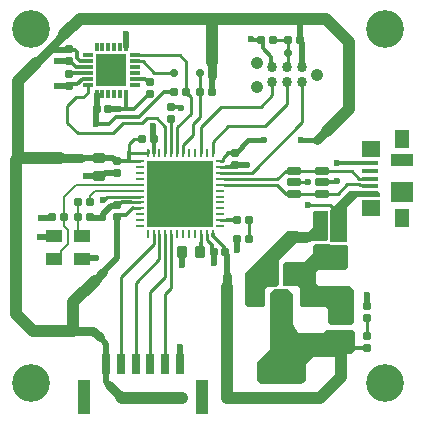
<source format=gbr>
%TF.GenerationSoftware,Altium Limited,Altium Designer,24.6.1 (21)*%
G04 Layer_Physical_Order=1*
G04 Layer_Color=255*
%FSLAX45Y45*%
%MOMM*%
%TF.SameCoordinates,998BC942-C911-4A9E-BC0A-61954E215518*%
%TF.FilePolarity,Positive*%
%TF.FileFunction,Copper,L1,Top,Signal*%
%TF.Part,Single*%
G01*
G75*
%TA.AperFunction,SMDPad,CuDef*%
G04:AMPARAMS|DCode=10|XSize=0.6mm|YSize=0.7mm|CornerRadius=0.075mm|HoleSize=0mm|Usage=FLASHONLY|Rotation=90.000|XOffset=0mm|YOffset=0mm|HoleType=Round|Shape=RoundedRectangle|*
%AMROUNDEDRECTD10*
21,1,0.60000,0.55000,0,0,90.0*
21,1,0.45000,0.70000,0,0,90.0*
1,1,0.15000,0.27500,0.22500*
1,1,0.15000,0.27500,-0.22500*
1,1,0.15000,-0.27500,-0.22500*
1,1,0.15000,-0.27500,0.22500*
%
%ADD10ROUNDEDRECTD10*%
%ADD11O,0.80000X0.25000*%
%ADD12O,0.25000X0.80000*%
%ADD13R,5.60000X5.60000*%
%ADD14R,3.50000X1.25000*%
%ADD15R,1.25000X1.25000*%
G04:AMPARAMS|DCode=16|XSize=1.4mm|YSize=1.7mm|CornerRadius=0.175mm|HoleSize=0mm|Usage=FLASHONLY|Rotation=270.000|XOffset=0mm|YOffset=0mm|HoleType=Round|Shape=RoundedRectangle|*
%AMROUNDEDRECTD16*
21,1,1.40000,1.35000,0,0,270.0*
21,1,1.05000,1.70000,0,0,270.0*
1,1,0.35000,-0.67500,-0.52500*
1,1,0.35000,-0.67500,0.52500*
1,1,0.35000,0.67500,0.52500*
1,1,0.35000,0.67500,-0.52500*
%
%ADD16ROUNDEDRECTD16*%
%ADD17R,0.35000X0.80000*%
%ADD18R,0.85000X0.35000*%
%ADD19R,2.60000X2.70000*%
G04:AMPARAMS|DCode=20|XSize=0.8mm|YSize=1mm|CornerRadius=0.1mm|HoleSize=0mm|Usage=FLASHONLY|Rotation=0.000|XOffset=0mm|YOffset=0mm|HoleType=Round|Shape=RoundedRectangle|*
%AMROUNDEDRECTD20*
21,1,0.80000,0.80000,0,0,0.0*
21,1,0.60000,1.00000,0,0,0.0*
1,1,0.20000,0.30000,-0.40000*
1,1,0.20000,-0.30000,-0.40000*
1,1,0.20000,-0.30000,0.40000*
1,1,0.20000,0.30000,0.40000*
%
%ADD20ROUNDEDRECTD20*%
G04:AMPARAMS|DCode=21|XSize=1.3mm|YSize=1.1mm|CornerRadius=0.055mm|HoleSize=0mm|Usage=FLASHONLY|Rotation=0.000|XOffset=0mm|YOffset=0mm|HoleType=Round|Shape=RoundedRectangle|*
%AMROUNDEDRECTD21*
21,1,1.30000,0.99000,0,0,0.0*
21,1,1.19000,1.10000,0,0,0.0*
1,1,0.11000,0.59500,-0.49500*
1,1,0.11000,-0.59500,-0.49500*
1,1,0.11000,-0.59500,0.49500*
1,1,0.11000,0.59500,0.49500*
%
%ADD21ROUNDEDRECTD21*%
G04:AMPARAMS|DCode=22|XSize=0.6mm|YSize=0.7mm|CornerRadius=0.075mm|HoleSize=0mm|Usage=FLASHONLY|Rotation=180.000|XOffset=0mm|YOffset=0mm|HoleType=Round|Shape=RoundedRectangle|*
%AMROUNDEDRECTD22*
21,1,0.60000,0.55000,0,0,180.0*
21,1,0.45000,0.70000,0,0,180.0*
1,1,0.15000,-0.22500,0.27500*
1,1,0.15000,0.22500,0.27500*
1,1,0.15000,0.22500,-0.27500*
1,1,0.15000,-0.22500,-0.27500*
%
%ADD22ROUNDEDRECTD22*%
G04:AMPARAMS|DCode=23|XSize=0.8mm|YSize=1mm|CornerRadius=0.1mm|HoleSize=0mm|Usage=FLASHONLY|Rotation=90.000|XOffset=0mm|YOffset=0mm|HoleType=Round|Shape=RoundedRectangle|*
%AMROUNDEDRECTD23*
21,1,0.80000,0.80000,0,0,90.0*
21,1,0.60000,1.00000,0,0,90.0*
1,1,0.20000,0.40000,0.30000*
1,1,0.20000,0.40000,-0.30000*
1,1,0.20000,-0.40000,-0.30000*
1,1,0.20000,-0.40000,0.30000*
%
%ADD23ROUNDEDRECTD23*%
%TA.AperFunction,ConnectorPad*%
%ADD24R,1.30000X1.65000*%
%ADD25R,1.90000X1.80000*%
%ADD26R,1.90000X1.00000*%
%ADD27R,1.55000X1.42500*%
%ADD28R,1.38000X0.45000*%
%TA.AperFunction,SMDPad,CuDef*%
G04:AMPARAMS|DCode=29|XSize=0.6mm|YSize=1.2mm|CornerRadius=0.075mm|HoleSize=0mm|Usage=FLASHONLY|Rotation=90.000|XOffset=0mm|YOffset=0mm|HoleType=Round|Shape=RoundedRectangle|*
%AMROUNDEDRECTD29*
21,1,0.60000,1.05000,0,0,90.0*
21,1,0.45000,1.20000,0,0,90.0*
1,1,0.15000,0.52500,0.22500*
1,1,0.15000,0.52500,-0.22500*
1,1,0.15000,-0.52500,-0.22500*
1,1,0.15000,-0.52500,0.22500*
%
%ADD29ROUNDEDRECTD29*%
%ADD30R,1.00000X2.90000*%
%ADD31R,0.65000X1.70000*%
%TA.AperFunction,BGAPad,CuDef*%
%ADD32C,0.86300*%
%TA.AperFunction,SMDPad,CuDef*%
G04:AMPARAMS|DCode=33|XSize=1.4mm|YSize=1.7mm|CornerRadius=0.175mm|HoleSize=0mm|Usage=FLASHONLY|Rotation=180.000|XOffset=0mm|YOffset=0mm|HoleType=Round|Shape=RoundedRectangle|*
%AMROUNDEDRECTD33*
21,1,1.40000,1.35000,0,0,180.0*
21,1,1.05000,1.70000,0,0,180.0*
1,1,0.35000,-0.52500,0.67500*
1,1,0.35000,0.52500,0.67500*
1,1,0.35000,0.52500,-0.67500*
1,1,0.35000,-0.52500,-0.67500*
%
%ADD33ROUNDEDRECTD33*%
%TA.AperFunction,Conductor*%
%ADD34C,0.25000*%
%ADD35C,0.30000*%
%ADD36C,0.50000*%
%ADD37C,0.75000*%
%ADD38C,1.00000*%
%ADD39C,0.26017*%
%ADD40C,0.40000*%
%ADD41C,0.20000*%
%TA.AperFunction,ViaPad*%
%ADD42C,3.20000*%
%TA.AperFunction,ComponentPad*%
%ADD43C,1.06700*%
%TA.AperFunction,ViaPad*%
%ADD44C,0.60000*%
%ADD45C,0.50000*%
%ADD46C,0.70000*%
G36*
X10913835Y6957607D02*
X10917108Y6951023D01*
Y6724608D01*
X10897888Y6705388D01*
X10780000D01*
X10737500Y6685000D01*
X10645000D01*
X10502500Y6542500D01*
Y6340000D01*
X10477999Y6315499D01*
X10477999Y6315499D01*
X10477998Y6315499D01*
X10476028Y6315107D01*
D01*
X10475492Y6315000D01*
X10473484D01*
X10459611D01*
X10459608Y6315001D01*
X10459606Y6315000D01*
X10398620D01*
X10382135Y6295876D01*
X10382500Y6165000D01*
X10362500Y6145000D01*
X10237500D01*
X10212500Y6170000D01*
Y6427500D01*
X10570000Y6785000D01*
X10752701Y6784081D01*
X10768060Y6799440D01*
X10788060Y6819440D01*
X10787563Y6943290D01*
X10801372Y6957610D01*
X10913835Y6957607D01*
D02*
G37*
G36*
X11357547Y7105019D02*
X11357500Y7077500D01*
X11162500D01*
X11075466Y6990466D01*
Y6699307D01*
X11069158Y6692999D01*
X11066650Y6692500D01*
X10946315D01*
X10943808Y6692999D01*
X10937500Y6699307D01*
Y6962500D01*
X11100000Y7125000D01*
X11337622D01*
X11357547Y7105019D01*
D02*
G37*
G36*
X10936005Y6674159D02*
X10937975Y6673767D01*
X10939830Y6672999D01*
X10942336Y6672500D01*
X10944345D01*
X10946315Y6672108D01*
X11066650D01*
X11068620Y6672500D01*
X11070628D01*
X11073135Y6672998D01*
X11074991Y6673767D01*
X11086047Y6664103D01*
X11090000Y6659728D01*
Y6480000D01*
X11070000Y6460000D01*
X10837500Y6460000D01*
X10815000Y6437500D01*
Y6347500D01*
X10842500Y6320000D01*
X11102500D01*
X11135000Y6287500D01*
Y6012500D01*
X11122500Y6000000D01*
Y5995000D01*
X10937500D01*
X10915000Y6017500D01*
Y6125000D01*
X10895000Y6145000D01*
X10697500D01*
X10677500Y6165000D01*
Y6305000D01*
X10662500Y6320000D01*
X10582453D01*
X10580813Y6320382D01*
X10580483Y6320327D01*
X10580156Y6320392D01*
X10544608D01*
X10535000Y6330000D01*
Y6505000D01*
X10552500Y6522500D01*
X10717500D01*
X10790000Y6595000D01*
Y6657500D01*
X10807500Y6675000D01*
X10934745D01*
X10936005Y6674159D01*
D02*
G37*
G36*
X10620000Y6257500D02*
Y5997500D01*
X10665000Y5925000D01*
X10875000D01*
X10900000Y5950000D01*
X11125000D01*
X11142500Y5932500D01*
Y5775000D01*
X11112500Y5745000D01*
X11027500D01*
X10990000Y5722500D01*
X10790000D01*
X10730000Y5662500D01*
Y5520000D01*
X10690000Y5492500D01*
X10350803Y5490803D01*
X10350000Y5490000D01*
Y5492500D01*
X10312500Y5530000D01*
Y5677500D01*
X10422500Y5787500D01*
Y6257500D01*
X10459609Y6294609D01*
X10459611Y6294608D01*
X10475492D01*
X10477463Y6295000D01*
X10479473Y6295001D01*
X10480006Y6295107D01*
X10480007D01*
X10481977Y6295499D01*
X10482442Y6295691D01*
X10482944Y6295716D01*
X10482944Y6295716D01*
X10484315Y6296363D01*
X10485802Y6296659D01*
X10487473Y6297775D01*
X10489328Y6298544D01*
X10489683Y6298899D01*
X10490139Y6299114D01*
X10490942Y6300000D01*
X10580156D01*
X10620000Y6257500D01*
D02*
G37*
D10*
X9407500Y8052500D02*
D03*
Y7952500D02*
D03*
X8725000Y8227500D02*
D03*
Y8327500D02*
D03*
Y8017500D02*
D03*
Y8117500D02*
D03*
X9130000Y7280000D02*
D03*
Y7380000D02*
D03*
X9132500Y7007500D02*
D03*
Y6907500D02*
D03*
X11250000Y5900000D02*
D03*
Y5800000D02*
D03*
Y6150000D02*
D03*
Y6050000D02*
D03*
X9587500Y7837500D02*
D03*
Y7737500D02*
D03*
X10130000Y7450000D02*
D03*
Y7350000D02*
D03*
D11*
X9325000Y7380000D02*
D03*
Y7330000D02*
D03*
Y7280000D02*
D03*
Y7230000D02*
D03*
Y7180000D02*
D03*
Y7130000D02*
D03*
Y7080000D02*
D03*
Y7030000D02*
D03*
Y6980000D02*
D03*
Y6930000D02*
D03*
Y6880000D02*
D03*
Y6830000D02*
D03*
X10005000D02*
D03*
Y6880000D02*
D03*
Y6930000D02*
D03*
Y6980000D02*
D03*
Y7030000D02*
D03*
Y7080000D02*
D03*
Y7130000D02*
D03*
Y7180000D02*
D03*
Y7230000D02*
D03*
Y7280000D02*
D03*
Y7330000D02*
D03*
Y7380000D02*
D03*
D12*
X9390000Y6765000D02*
D03*
X9440000D02*
D03*
X9490000D02*
D03*
X9540000D02*
D03*
X9590000D02*
D03*
X9640000D02*
D03*
X9690000D02*
D03*
X9740000D02*
D03*
X9790000D02*
D03*
X9840000D02*
D03*
X9890000D02*
D03*
X9940000D02*
D03*
Y7445000D02*
D03*
X9890000D02*
D03*
X9840000D02*
D03*
X9790000D02*
D03*
X9740000D02*
D03*
X9690000D02*
D03*
X9640000D02*
D03*
X9590000D02*
D03*
X9540000D02*
D03*
X9490000D02*
D03*
X9440000D02*
D03*
X9390000D02*
D03*
D13*
X9665000Y7105000D02*
D03*
D14*
X10525000Y5570500D02*
D03*
D15*
X10296000Y6229500D02*
D03*
X10525000D02*
D03*
X10754000D02*
D03*
D16*
X11025000Y6089300D02*
D03*
Y5860700D02*
D03*
D17*
X9207500Y8350000D02*
D03*
X9157500D02*
D03*
X9107500D02*
D03*
X9057500D02*
D03*
X9007500D02*
D03*
X8957500D02*
D03*
X9207500Y7950000D02*
D03*
X9157500D02*
D03*
X9107500D02*
D03*
X9057500D02*
D03*
X9007500D02*
D03*
X8957500D02*
D03*
D18*
X8885000Y8275000D02*
D03*
Y8225000D02*
D03*
Y8175000D02*
D03*
Y8125000D02*
D03*
Y8075000D02*
D03*
Y8025000D02*
D03*
X9280000Y8275000D02*
D03*
Y8225000D02*
D03*
Y8175000D02*
D03*
Y8125000D02*
D03*
Y8075000D02*
D03*
Y8025000D02*
D03*
D19*
X9082500Y8150000D02*
D03*
D20*
X9830000Y6607500D02*
D03*
X9680000D02*
D03*
D21*
X8600000Y6745000D02*
D03*
Y6555000D02*
D03*
X8830000Y6745000D02*
D03*
Y6555000D02*
D03*
D22*
X8902500Y7030000D02*
D03*
X8802500D02*
D03*
X8580000Y6905000D02*
D03*
X8680000D02*
D03*
X8902500D02*
D03*
X8802500D02*
D03*
X9440000Y7570000D02*
D03*
X9340000D02*
D03*
X8957500Y7825000D02*
D03*
X9057500D02*
D03*
X10351000Y8409500D02*
D03*
X10451000D02*
D03*
X10576000D02*
D03*
X10676000D02*
D03*
X10883500Y6892500D02*
D03*
X10983500D02*
D03*
X9715000Y7965000D02*
D03*
X9615000D02*
D03*
X9835000D02*
D03*
X9935000D02*
D03*
X10150000Y6725000D02*
D03*
X10250000D02*
D03*
X10145000Y6880000D02*
D03*
X10245000D02*
D03*
X10047500Y6610000D02*
D03*
X9947500D02*
D03*
D23*
X8980000Y7405000D02*
D03*
Y7255000D02*
D03*
X10858500Y6767500D02*
D03*
Y6617500D02*
D03*
X11008500Y6767500D02*
D03*
Y6617500D02*
D03*
D24*
X11540000Y6895000D02*
D03*
Y7570000D02*
D03*
D25*
Y7117500D02*
D03*
D26*
Y7387500D02*
D03*
D27*
X11282500Y6983750D02*
D03*
Y7481250D02*
D03*
D28*
X11274000Y7102500D02*
D03*
Y7167500D02*
D03*
Y7232500D02*
D03*
Y7297500D02*
D03*
Y7362500D02*
D03*
D29*
X10630000Y7105000D02*
D03*
Y7200000D02*
D03*
Y7295000D02*
D03*
X10870000D02*
D03*
Y7200000D02*
D03*
Y7105000D02*
D03*
D30*
X9847500Y5385000D02*
D03*
X8852500D02*
D03*
D31*
X9662500Y5665000D02*
D03*
X9287500D02*
D03*
X9537500D02*
D03*
X9412500D02*
D03*
X9162500D02*
D03*
X9037500D02*
D03*
D32*
X10446000Y8050000D02*
D03*
X10573000D02*
D03*
X10700000D02*
D03*
X10446000Y8177000D02*
D03*
X10573000D02*
D03*
X10700000D02*
D03*
D33*
X10395700Y6422500D02*
D03*
X10624300D02*
D03*
D34*
X9230000Y7455000D02*
Y7522500D01*
X9277500Y7570000D02*
X9340000D01*
X9230000Y7522500D02*
X9277500Y7570000D01*
X9240000Y7445000D02*
X9390000D01*
Y7472500D01*
X9230000Y7455000D02*
X9240000Y7445000D01*
X8966931Y7616606D02*
X8967825Y7617500D01*
X8796425Y7616606D02*
X8966931D01*
X8967825Y7617500D02*
X9097500D01*
X9180000Y7700000D01*
X8711155Y7701877D02*
X8796425Y7616606D01*
X9540000Y7445000D02*
Y7672500D01*
X9387500Y7747500D02*
X9465000D01*
X9540000Y7672500D01*
X9340000Y7700000D02*
X9387500Y7747500D01*
X9180000Y7700000D02*
X9340000D01*
X9590000Y7445000D02*
Y7735000D01*
X9640000Y7445000D02*
Y7665000D01*
X9757500Y7782500D02*
Y7922500D01*
X9640000Y7665000D02*
X9757500Y7782500D01*
X9737500Y7942500D02*
X9757500Y7922500D01*
X9732500Y7942500D02*
X9737500D01*
X9715000Y7960000D02*
X9732500Y7942500D01*
X10029105Y7380000D02*
Y7404105D01*
X9263179Y6980000D02*
X9325000D01*
X9230000Y7380000D02*
X9325000D01*
X9262919Y6979740D02*
X9263179Y6980000D01*
X9715000Y7960000D02*
Y7965000D01*
Y7965000D02*
Y8220000D01*
X10574500Y8178500D02*
Y8408000D01*
X10573000Y8177000D02*
X10574500Y8178500D01*
X9831497Y8127329D02*
X9833750Y8125076D01*
Y7966250D02*
Y8125076D01*
Y7966250D02*
X9835000Y7965000D01*
X10382500Y7675000D02*
X10573000Y7865500D01*
Y8050000D01*
X10349855Y7839855D02*
X10446000Y7936000D01*
Y8050000D01*
X10073278Y7675000D02*
X10382500D01*
X10012355Y7839855D02*
X10349855D01*
X9840000Y7667500D02*
X10012355Y7839855D01*
X10574500Y8408000D02*
X10576000Y8409500D01*
X10451000D02*
X10576000D01*
X10005000Y7280000D02*
X10270000D01*
X10700000Y7710000D02*
Y8050000D01*
X10270000Y7280000D02*
X10700000Y7710000D01*
X9250001Y7030000D02*
X9325000D01*
X9019471Y7050000D02*
X9049471Y7080000D01*
X9010000Y7050000D02*
X9019471D01*
X9049471Y7080000D02*
X9325000D01*
X11250000Y5900000D02*
Y6050000D01*
X9587500Y7737500D02*
X9590000Y7735000D01*
X9660000Y8275000D02*
X9715000Y8220000D01*
X9280000Y8275000D02*
X9660000D01*
X9350029Y8225000D02*
X9445029Y8130000D01*
X9280000Y8225000D02*
X9350029D01*
X9445029Y8130000D02*
X9612500D01*
X8711155Y7701877D02*
Y7846029D01*
X8785847Y7920721D01*
X8845721D01*
X8885000Y7960000D01*
Y8025000D01*
X10247500Y6727500D02*
X10250000Y6725000D01*
X10245000Y6880000D02*
X10247500Y6877500D01*
Y6727500D02*
Y6877500D01*
X9770000Y7692500D02*
X9835000Y7757500D01*
X9770000Y7600000D02*
Y7692500D01*
X9690000Y7520000D02*
X9770000Y7600000D01*
X9690000Y7445000D02*
Y7520000D01*
X9835000Y7757500D02*
Y7965000D01*
X9840000Y7445000D02*
Y7667500D01*
X9940000Y7445000D02*
Y7541722D01*
X10073278Y7675000D01*
X10029105Y7404105D02*
X10070000Y7445000D01*
X10005000Y7380000D02*
X10029105D01*
X9537500Y5665000D02*
Y6253894D01*
X9590000Y6306394D02*
Y6765000D01*
X9537500Y6253894D02*
X9590000Y6306394D01*
X9412500Y6274635D02*
X9540000Y6402135D01*
Y6765000D01*
X9412500Y5665000D02*
Y6274635D01*
X9490000Y6553712D02*
Y6765000D01*
X9287500Y5665000D02*
Y6351212D01*
X9490000Y6553712D01*
X9162500Y6400000D02*
X9440000Y6677500D01*
Y6765000D01*
X9162500Y5665000D02*
Y6400000D01*
X9890000Y6710000D02*
Y6765000D01*
Y6710000D02*
X9925000Y6675000D01*
X9840000Y6687500D02*
Y6765000D01*
X10062500Y6880000D02*
X10062500Y6880000D01*
X10005000Y6880000D02*
X10062500D01*
X10005000Y7330000D02*
X10055000D01*
D35*
X9230000Y7380000D02*
Y7455000D01*
X10262750Y8409750D02*
X10350750D01*
X10262500Y8410000D02*
X10262750Y8409750D01*
X10350750D02*
X10351000Y8409500D01*
X9940000Y6742500D02*
Y6765000D01*
Y6742500D02*
X10032500Y6649999D01*
Y6625000D02*
Y6649999D01*
Y6625000D02*
X10047500Y6610000D01*
X9432500Y7675000D02*
X9436250Y7671250D01*
X9440000Y7445000D02*
Y7570000D01*
X9436250Y7573750D02*
X9440000Y7570000D01*
X9125000Y7755000D02*
X9320325D01*
X9530325Y7965000D02*
X9615000D01*
X9320325Y7755000D02*
X9530325Y7965000D01*
X9065000Y7695000D02*
X9125000Y7755000D01*
X9147500Y7822500D02*
X9150000Y7820000D01*
X9207500D01*
X9270000D02*
X9402500Y7952500D01*
X9207500Y7820000D02*
X9270000D01*
X9375000Y8067500D02*
X9392500D01*
X9367500Y8075000D02*
X9375000Y8067500D01*
X9392500D02*
X9407500Y8052500D01*
X9280000Y8075000D02*
X9367500D01*
X9402500Y7952500D02*
X9407500D01*
X9672500Y7835000D02*
X9675000Y7832500D01*
X9587500Y7837500D02*
X9590000Y7835000D01*
X9672500D01*
X9207500Y8350000D02*
X9207500Y8350000D01*
X8727500Y8325000D02*
X8772500D01*
X8795000Y8302500D01*
X8725000Y8327500D02*
X8727500Y8325000D01*
X8820000Y8225000D02*
X8885000D01*
X9130000Y7380000D02*
X9230000D01*
X9132500Y6907500D02*
X9147500Y6922500D01*
X9125000Y7380000D02*
X9130000D01*
X8795000Y8250000D02*
Y8302500D01*
Y8250000D02*
X8820000Y8225000D01*
X9205679Y6922500D02*
X9262919Y6979740D01*
X9147500Y6922500D02*
X9205679D01*
X9660000Y5667500D02*
X9662500Y5665000D01*
X9207500Y7820000D02*
X9207500Y7820000D01*
X9207500Y7820000D02*
Y7950000D01*
X10995000Y7362500D02*
X11274000D01*
X10870000Y7200000D02*
X10971883D01*
X10986882Y7215000D01*
X10995000D01*
X10437350Y8185650D02*
Y8265150D01*
Y8185650D02*
X10446000Y8177000D01*
X10366000Y8336500D02*
Y8394500D01*
X10351000Y8409500D02*
X10366000Y8394500D01*
Y8336500D02*
X10437350Y8265150D01*
X8955000Y7695000D02*
X9065000D01*
X10130000Y7350000D02*
X10132500Y7352500D01*
X10150000Y6725000D02*
X10151250Y6723750D01*
X9947500Y6610000D02*
X9948750Y6608750D01*
X9680000Y6607500D02*
X9680000Y6607500D01*
X9250000Y7030000D02*
X9250001Y7030000D01*
X8725000Y8017500D02*
X8737500Y8030000D01*
X8723750Y8016250D02*
X8725000Y8017500D01*
X8722500D02*
X8723750Y8016250D01*
X9132760Y7007240D02*
X9148020Y7022500D01*
X9172834Y7030000D02*
X9250000D01*
X9165334Y7022500D02*
X9172834Y7030000D01*
X9148020Y7022500D02*
X9165334D01*
X8830000Y6555000D02*
X8835000Y6560000D01*
X8595000Y6740000D02*
X8600000Y6745000D01*
X8490000Y6900000D02*
X8492500Y6902500D01*
X8577500D02*
X8580000Y6905000D01*
X9057500Y7825000D02*
X9060000Y7822500D01*
X11110000Y5805000D02*
X11115000Y5800000D01*
X11250000D01*
X8730000Y8227500D02*
X8782500Y8175000D01*
X8885000D01*
X8725000Y8227500D02*
X8730000D01*
X8725000Y8117500D02*
X8732500Y8125000D01*
X8885000D01*
X8737500Y8030000D02*
X8795000D01*
X8840000Y8075000D02*
X8885000D01*
X8795000Y8030000D02*
X8840000Y8075000D01*
X8725000Y8117500D02*
X8727500Y8115000D01*
X10070000Y7445000D02*
X10125000D01*
X10092426Y7330000D02*
X10097426Y7335000D01*
X10115000D01*
X10055000Y7330000D02*
X10092426D01*
X9830000Y6607500D02*
X9840000Y6617500D01*
Y6687500D01*
X9932500Y6625000D02*
Y6667500D01*
Y6625000D02*
X9947500Y6610000D01*
X9925000Y6675000D02*
X9932500Y6667500D01*
X10145000Y6880000D02*
X10145000Y6880000D01*
X10062500Y6880000D02*
X10145000D01*
X10115000Y7335000D02*
X10130000Y7350000D01*
X10125000Y7445000D02*
X10130000Y7450000D01*
D36*
X9436250Y7573750D02*
Y7671250D01*
X9060000Y7822500D02*
X9147500D01*
X10047500Y6605000D02*
X10065000Y6587500D01*
Y6407500D02*
Y6587500D01*
X10047500Y6605000D02*
Y6610000D01*
X9207500Y8350000D02*
Y8455000D01*
X8555000Y8325000D02*
X8722500D01*
X8620000Y8230000D02*
X8621250Y8228750D01*
X8723750D02*
X8725000Y8227500D01*
X8621250Y8228750D02*
X8723750D01*
X8721250Y8018750D02*
X8722500Y8017500D01*
X8621250Y8018750D02*
X8721250D01*
X8620000Y8020000D02*
X8621250Y8018750D01*
X8822500Y7405000D02*
X8980000D01*
X9100000D02*
X9125000Y7380000D01*
X9037500Y5512500D02*
Y5665000D01*
X9132500Y6560000D02*
Y6907500D01*
X8980000Y7405000D02*
X9100000D01*
X9010000Y6437500D02*
X9132500Y6560000D01*
X9037500Y5665000D02*
Y5835000D01*
X8985000Y5887500D02*
X9037500Y5835000D01*
Y5512500D02*
X9062500Y5487500D01*
X9662500Y5670000D02*
Y5810000D01*
X9660000Y5667500D02*
X9662500Y5670000D01*
X10700000Y8177000D02*
Y8380500D01*
X10676000Y8404500D02*
X10700000Y8380500D01*
X10676000Y8409500D02*
Y8579000D01*
Y8404500D02*
Y8409500D01*
X9935000Y8100000D02*
X9935000Y8100000D01*
Y7965000D02*
Y8100000D01*
X10670000Y8585000D02*
X10676000Y8579000D01*
X8956250Y7696250D02*
Y7823750D01*
X8957500Y7825000D01*
X8955000Y7695000D02*
X8956250Y7696250D01*
X8948087Y6558087D02*
X8950000Y6560000D01*
X8836913Y6558087D02*
X8948087D01*
X8835000Y6560000D02*
X8836913Y6558087D01*
X9947500Y6607500D02*
X9948750Y6608750D01*
X9947500Y6517500D02*
Y6607500D01*
X10624300Y6422500D02*
X10625550Y6421250D01*
X11008000Y6617000D02*
X11008500Y6617500D01*
X10858000Y6617000D02*
X10858500Y6617500D01*
X11247500Y6242500D02*
X11248750Y6241250D01*
Y6151250D02*
X11250000Y6150000D01*
X11248750Y6151250D02*
Y6241250D01*
X10136250Y7348750D02*
X10226250D01*
X10132500Y7352500D02*
X10136250Y7348750D01*
X10226250D02*
X10227500Y7347500D01*
X10150000Y6627500D02*
Y6722500D01*
X10151250Y6723750D01*
X9678750Y6606250D02*
X9680000Y6607500D01*
X9677500Y6497500D02*
X9678750Y6498750D01*
Y6606250D01*
X8870000Y7257500D02*
X8872706D01*
X8978750Y7253750D02*
X8995000Y7270000D01*
X8876456Y7253750D02*
X8978750D01*
X8872706Y7257500D02*
X8876456Y7253750D01*
X9011913Y6901913D02*
Y6931913D01*
X9082500Y7002500D02*
X9127500D01*
X9011913Y6931913D02*
X9082500Y7002500D01*
X9127500D02*
X9132500Y7007500D01*
X8480000Y6740000D02*
X8595000D01*
X8492500Y6902500D02*
X8577500D01*
X8907500Y6900000D02*
X9010000D01*
X8902500Y6905000D02*
X8907500Y6900000D01*
X9010000D02*
X9011913Y6901913D01*
X8957500Y7825000D02*
X8957500Y7825000D01*
X8957500Y7825000D02*
Y7950000D01*
X9034290Y7280000D02*
X9130000D01*
X9024290Y7270000D02*
X9034290Y7280000D01*
X8995000Y7270000D02*
X9024290D01*
D37*
X10065000Y6312500D02*
Y6407500D01*
X8442500Y8210000D02*
Y8212500D01*
X8555000Y8325000D01*
X8682500Y8452500D01*
X8650000Y7407500D02*
X8652500Y7405000D01*
X8822500D01*
X8760000Y5942500D02*
X8930000D01*
X8985000Y5887500D01*
X9062500Y5487500D02*
X9167500Y5382500D01*
X8940000Y6367500D02*
X9010000Y6437500D01*
X8940000Y6367500D02*
X8940000D01*
X10822500Y7560000D02*
X10897500Y7635000D01*
X10907500D01*
X9935000Y8100000D02*
Y8220000D01*
D38*
X10065000Y5377500D02*
Y6312500D01*
Y5377500D02*
X10850000D01*
X11025000Y5552500D01*
Y5860700D01*
X8292500Y8060000D02*
X8442500Y8210000D01*
X8682500Y8452500D02*
X8815000Y8585000D01*
X8760000Y6187500D02*
X8940000Y6367500D01*
X8522500Y7407500D02*
X8650000D01*
X8760000Y5942500D02*
Y6187500D01*
X9167500Y5382500D02*
X9175000Y5375000D01*
X8417500Y5942500D02*
X8760000D01*
X8292500Y7407500D02*
Y8060000D01*
X8275000Y7390000D02*
X8292500Y7407500D01*
X9175000Y5375000D02*
X9682500D01*
X8275000Y6085000D02*
Y7390000D01*
X8292500Y7407500D02*
X8522500D01*
X8275000Y6085000D02*
X8417500Y5942500D01*
X10907500Y7635000D02*
X11097500Y7825000D01*
Y8385000D01*
X10897500Y8585000D02*
X11097500Y8385000D01*
X10670000Y8585000D02*
X10897500D01*
X8815000D02*
X9935000D01*
X10670000D01*
X9935000Y8220000D02*
Y8585000D01*
D39*
X10747500Y7202500D02*
X10750000Y7205000D01*
X10630000Y7200000D02*
X10632500Y7202500D01*
X10747500D01*
X10630000Y7105000D02*
X10870000D01*
X10998459D01*
X10556992D02*
X10630000D01*
X10983500Y6892500D02*
Y6956500D01*
X10750000Y7007500D02*
X10932500D01*
X10983500Y6956500D01*
X10630000Y7295000D02*
X10870000D01*
X10998459Y7105000D02*
X11079621Y7186163D01*
X11180000Y7232500D02*
X11274000D01*
X10870000Y7295000D02*
X11117500D01*
X11180000Y7232500D01*
X11079621Y7186163D02*
X11182156D01*
X11191327Y7176991D02*
X11264509D01*
X11182156Y7186163D02*
X11191327Y7176991D01*
X11264509D02*
X11274000Y7167500D01*
X10486992Y7225000D02*
X10556992Y7295000D01*
X10040000Y7225000D02*
X10486992D01*
X10486992Y7175000D02*
X10556992Y7105000D01*
X10040000Y7175000D02*
X10486992D01*
X10556992Y7295000D02*
X10630000D01*
D40*
X10685000Y7560000D02*
X10822500D01*
X10135000Y7450000D02*
X10242500Y7557500D01*
X10372500D01*
X10130000Y7450000D02*
X10135000D01*
D41*
X8902500Y7087501D02*
X8944999Y7130000D01*
X8902500Y7030000D02*
Y7087501D01*
X8944999Y7130000D02*
X9325000D01*
X8802500Y6772500D02*
Y7030000D01*
Y6772500D02*
X8830000Y6745000D01*
X8680000Y7080000D02*
X8780000Y7180000D01*
X9325000D01*
X8715903Y6678040D02*
Y6799096D01*
X8655000Y6600000D02*
Y6617137D01*
X8610000Y6555000D02*
X8655000Y6600000D01*
Y6617137D02*
X8715903Y6678040D01*
X8680000Y6835000D02*
X8715903Y6799096D01*
X8680000Y6835000D02*
Y6905000D01*
X8600000Y6555000D02*
X8610000D01*
X8680000Y6905000D02*
Y7080000D01*
D42*
X8400000Y8500000D02*
D03*
X11400000D02*
D03*
Y5500000D02*
D03*
X8400000D02*
D03*
D43*
X10319000Y8215100D02*
D03*
Y8011900D02*
D03*
X10827000Y8113500D02*
D03*
D44*
X10262500Y8410000D02*
D03*
X9432500Y7675000D02*
D03*
X9150000Y7820000D02*
D03*
X9675000Y7832500D02*
D03*
X9207500Y8455000D02*
D03*
X8620000Y8230000D02*
D03*
Y8020000D02*
D03*
X10750000Y7205000D02*
D03*
X9662500Y5810000D02*
D03*
X10750000Y7007500D02*
D03*
X10995000Y7362500D02*
D03*
Y7215000D02*
D03*
X10685000Y7560000D02*
D03*
X10372500Y7557500D02*
D03*
X8955000Y7695000D02*
D03*
X8522500Y7407500D02*
D03*
X8950000Y6560000D02*
D03*
X9947500Y6517500D02*
D03*
X9682500Y5375000D02*
D03*
X10065000Y5377500D02*
D03*
X10852500Y6510000D02*
D03*
X11022500Y6232500D02*
D03*
X11001885Y6513925D02*
D03*
X10767500Y6405000D02*
D03*
X11247500Y6242500D02*
D03*
X10227500Y7347500D02*
D03*
X10150000Y6627500D02*
D03*
X9677500Y6497500D02*
D03*
X8870000Y7257500D02*
D03*
X9010000Y7050000D02*
D03*
X8480000Y6740000D02*
D03*
X8490000Y6900000D02*
D03*
X9010000D02*
D03*
D45*
X9445000Y7325000D02*
D03*
X9555000D02*
D03*
X9665000D02*
D03*
X9775000D02*
D03*
X9885000D02*
D03*
X9445000Y7215000D02*
D03*
X9555000D02*
D03*
X9665000D02*
D03*
X9775000D02*
D03*
X9885000D02*
D03*
X9445000Y7105000D02*
D03*
X9555000D02*
D03*
X9665000D02*
D03*
X9775000D02*
D03*
X9885000D02*
D03*
X9445000Y6995000D02*
D03*
X9555000D02*
D03*
X9665000D02*
D03*
X9775000D02*
D03*
X9885000D02*
D03*
X9445000Y6885000D02*
D03*
X9555000D02*
D03*
X9665000D02*
D03*
X9775000D02*
D03*
X9885000D02*
D03*
X9027500Y8205000D02*
D03*
Y8095000D02*
D03*
X9137500D02*
D03*
Y8205000D02*
D03*
D46*
X10574500Y8293250D02*
D03*
X9831497Y8127329D02*
D03*
X9612500Y8130000D02*
D03*
%TF.MD5,7da30430c371c42017efe556212bff83*%
M02*

</source>
